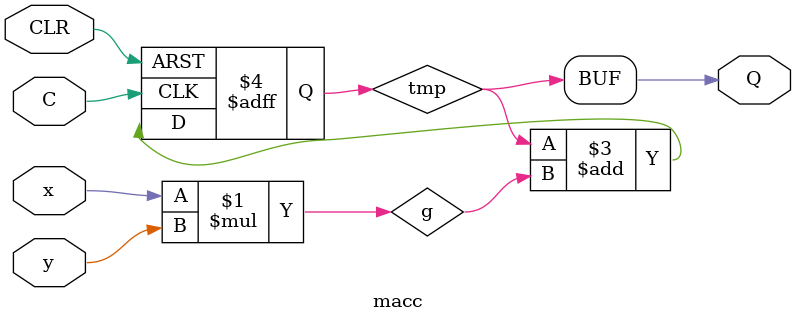
<source format=v>
module macc(x,y,CLR,C,Q);
//another implementation of a MAC unit
input x,y;
wire g;
input CLR, C;
reg tmp;
output Q;

//multiplication 
assign g = x*y;

//accumulation
always @(posedge C or posedge CLR)
    begin 
      if (CLR) 
        tmp <= 4'b0000; 
      else 
        tmp <= tmp + g; 
    end 

assign Q = tmp; 

endmodule
 
</source>
